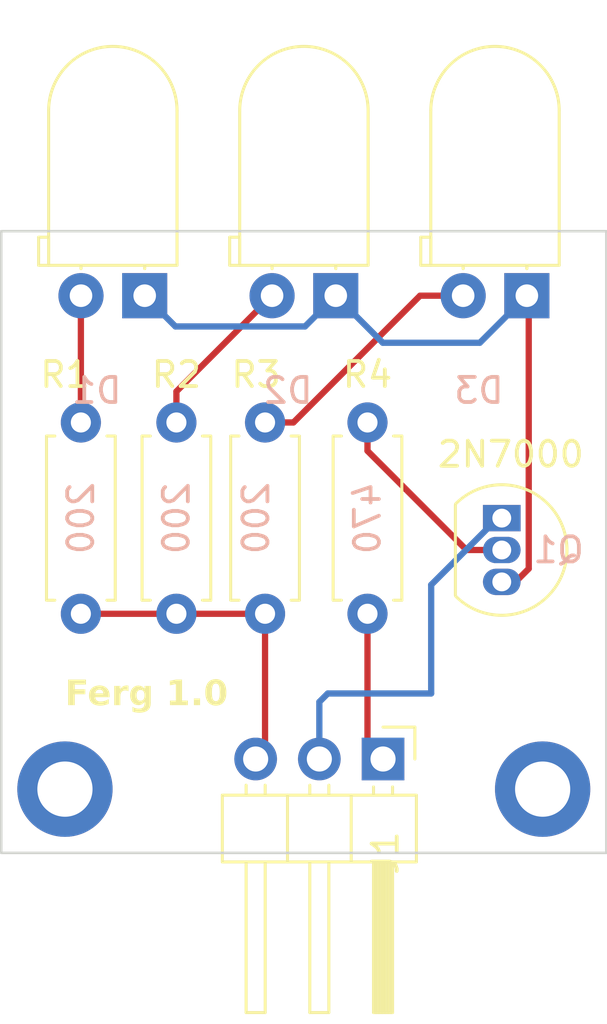
<source format=kicad_pcb>
(kicad_pcb (version 20221018) (generator pcbnew)
  (layers (0 "F.Cu" signal) (31 "B.Cu" signal) (34 "B.Paste" user) (35 "F.Paste" user) (36 "B.SilkS" user "B.Silkscreen") (37 "F.SilkS" user "F.Silkscreen") (38 "B.Mask" user) (39 "F.Mask" user) (44 "Edge.Cuts" user))
  (net 0 "")
  (net 1 "Net-(D1-K)")
  (net 2 "Net-(D1-A)")
  (net 3 "Net-(D2-A)")
  (net 4 "Net-(D3-A)")
  (net 5 "/SIG_5")
  (net 6 "/GND")
  (net 7 "/5V")
  (net 8 "Net-(Q1-G)")
  (footprint "Resistor_THT:R_Axial_DIN0207_L6.3mm_D2.5mm_P7.62mm_Horizontal" (layer "F.Cu") (at 149.86 116.205 90)
    (fp_text reference "R4" (at 9.525 0) (layer "F.SilkS"))
    (fp_text value "470" (at 3.81 0 270) (layer "B.SilkS") (effects (justify mirror)))
    (fp_line (start 0.54 -1.37) (end 7.08 -1.37) (stroke (width 0.12)) (layer "F.SilkS"))
    (fp_line (start 0.54 -1.04) (end 0.54 -1.37) (stroke (width 0.12)) (layer "F.SilkS"))
    (fp_line (start 0.54 1.04) (end 0.54 1.37) (stroke (width 0.12)) (layer "F.SilkS"))
    (fp_line (start 0.54 1.37) (end 7.08 1.37) (stroke (width 0.12)) (layer "F.SilkS"))
    (fp_line (start 7.08 -1.37) (end 7.08 -1.04) (stroke (width 0.12)) (layer "F.SilkS"))
    (fp_line (start 7.08 1.37) (end 7.08 1.04) (stroke (width 0.12)) (layer "F.SilkS"))
    (pad "1" thru_hole circle (at 0 0 90) (size 1.6 1.6) (drill 0.8) (layers "*.Cu" "*.Mask") (net 5 "/SIG_5"))
    (pad "2" thru_hole oval (at 7.62 0 90) (size 1.6 1.6) (drill 0.8) (layers "*.Cu" "*.Mask") (net 8 "Net-(Q1-G)"))
  )
  (footprint "LED_THT:LED_D5.0mm_Horizontal_O1.27mm_Z3.0mm" (layer "F.Cu") (at 156.215 103.535 180)
    (fp_text reference "D3" (at 1.91 -3.78) (layer "B.SilkS") (effects (justify mirror)))
    (fp_text value "LED")
    (fp_line (start -1.29 1.21) (end -1.29 7.37) (stroke (width 0.12)) (layer "F.SilkS"))
    (fp_line (start -1.29 1.21) (end 3.83 1.21) (stroke (width 0.12)) (layer "F.SilkS"))
    (fp_line (start 0 1.08) (end 0 1.08) (stroke (width 0.12)) (layer "F.SilkS"))
    (fp_line (start 0 1.08) (end 0 1.21) (stroke (width 0.12)) (layer "F.SilkS"))
    (fp_line (start 0 1.21) (end 0 1.08) (stroke (width 0.12)) (layer "F.SilkS"))
    (fp_line (start 0 1.21) (end 0 1.21) (stroke (width 0.12)) (layer "F.SilkS"))
    (fp_line (start 2.54 1.08) (end 2.54 1.08) (stroke (width 0.12)) (layer "F.SilkS"))
    (fp_line (start 2.54 1.08) (end 2.54 1.21) (stroke (width 0.12)) (layer "F.SilkS"))
    (fp_line (start 2.54 1.21) (end 2.54 1.08) (stroke (width 0.12)) (layer "F.SilkS"))
    (fp_line (start 2.54 1.21) (end 2.54 1.21) (stroke (width 0.12)) (layer "F.SilkS"))
    (fp_line (start 3.83 1.21) (end 3.83 7.37) (stroke (width 0.12)) (layer "F.SilkS"))
    (fp_line (start 3.83 1.21) (end 4.23 1.21) (stroke (width 0.12)) (layer "F.SilkS"))
    (fp_line (start 3.83 2.33) (end 3.83 1.21) (stroke (width 0.12)) (layer "F.SilkS"))
    (fp_line (start 4.23 1.21) (end 4.23 2.33) (stroke (width 0.12)) (layer "F.SilkS"))
    (fp_line (start 4.23 2.33) (end 3.83 2.33) (stroke (width 0.12)) (layer "F.SilkS"))
    (fp_arc (start 3.83 7.37) (mid 1.27 9.93) (end -1.29 7.37) (stroke (width 0.12)) (layer "F.SilkS"))
    (pad "1" thru_hole rect (at 0 0 180) (size 1.8 1.8) (drill 0.9) (layers "*.Cu" "*.Mask") (net 1 "Net-(D1-K)"))
    (pad "2" thru_hole circle (at 2.54 0 180) (size 1.8 1.8) (drill 0.9) (layers "*.Cu" "*.Mask") (net 4 "Net-(D3-A)"))
  )
  (footprint "MountingHole:MountingHole_2.2mm_M2_DIN965_Pad_TopBottom" (layer "F.Cu") (at 137.795 123.19)
    (fp_text reference "H1" hide)
    (fp_text value "MountingHole" hide)
    (pad "1" thru_hole circle (at 0 0) (size 2.6 2.6) (drill 2.2) (layers "*.Cu" "*.Mask"))
    (pad "1" connect circle (at 0 0) (size 3.8 3.8) (layers "F.Cu" "F.Mask"))
    (pad "1" connect circle (at 0 0) (size 3.8 3.8) (layers "B.Cu" "B.Mask"))
  )
  (footprint "Resistor_THT:R_Axial_DIN0207_L6.3mm_D2.5mm_P7.62mm_Horizontal" (layer "F.Cu") (at 142.24 116.205 90)
    (fp_text reference "R2" (at 9.525 0) (layer "F.SilkS"))
    (fp_text value "200" (at 3.81 0 270) (layer "B.SilkS") (effects (justify mirror)))
    (fp_line (start 0.54 -1.37) (end 7.08 -1.37) (stroke (width 0.12)) (layer "F.SilkS"))
    (fp_line (start 0.54 -1.04) (end 0.54 -1.37) (stroke (width 0.12)) (layer "F.SilkS"))
    (fp_line (start 0.54 1.04) (end 0.54 1.37) (stroke (width 0.12)) (layer "F.SilkS"))
    (fp_line (start 0.54 1.37) (end 7.08 1.37) (stroke (width 0.12)) (layer "F.SilkS"))
    (fp_line (start 7.08 -1.37) (end 7.08 -1.04) (stroke (width 0.12)) (layer "F.SilkS"))
    (fp_line (start 7.08 1.37) (end 7.08 1.04) (stroke (width 0.12)) (layer "F.SilkS"))
    (pad "1" thru_hole circle (at 0 0 90) (size 1.6 1.6) (drill 0.8) (layers "*.Cu" "*.Mask") (net 7 "/5V"))
    (pad "2" thru_hole oval (at 7.62 0 90) (size 1.6 1.6) (drill 0.8) (layers "*.Cu" "*.Mask") (net 3 "Net-(D2-A)"))
  )
  (footprint "Package_TO_SOT_THT:TO-92_Inline" (layer "F.Cu") (at 155.215 112.395 -90)
    (fp_text reference "Q1" (at 1.27 -2.265) (layer "B.SilkS") (effects (justify mirror)))
    (fp_text value "2N7000" (at -2.54 -0.36) (layer "F.SilkS"))
    (fp_line (start -0.53 1.85) (end 3.07 1.85) (stroke (width 0.12)) (layer "F.SilkS"))
    (fp_arc (start -0.568478 1.838478) (mid -1.132087 -0.994977) (end 1.27 -2.6) (stroke (width 0.12)) (layer "F.SilkS"))
    (fp_arc (start 1.27 -2.6) (mid 3.672087 -0.994977) (end 3.108478 1.838478) (stroke (width 0.12)) (layer "F.SilkS"))
    (pad "1" thru_hole rect (at 0 0 270) (size 1.05 1.5) (drill 0.75) (layers "*.Cu" "*.Mask") (net 6 "/GND"))
    (pad "2" thru_hole oval (at 1.27 0 270) (size 1.05 1.5) (drill 0.75) (layers "*.Cu" "*.Mask") (net 8 "Net-(Q1-G)"))
    (pad "3" thru_hole oval (at 2.54 0 270) (size 1.05 1.5) (drill 0.75) (layers "*.Cu" "*.Mask") (net 1 "Net-(D1-K)"))
  )
  (footprint "Connector_PinHeader_2.54mm:PinHeader_1x03_P2.54mm_Horizontal" (layer "F.Cu") (at 150.48 121.99 -90)
    (fp_text reference "J1" (at 3.75 -0.09 90) (layer "F.SilkS"))
    (fp_text value "Conn_01x03_Pin" hide)
    (fp_line (start -1.27 -1.27) (end 0 -1.27) (stroke (width 0.12)) (layer "F.SilkS"))
    (fp_line (start -1.27 0) (end -1.27 -1.27) (stroke (width 0.12)) (layer "F.SilkS"))
    (fp_line (start 1.042929 2.16) (end 1.44 2.16) (stroke (width 0.12)) (layer "F.SilkS"))
    (fp_line (start 1.042929 2.92) (end 1.44 2.92) (stroke (width 0.12)) (layer "F.SilkS"))
    (fp_line (start 1.042929 4.7) (end 1.44 4.7) (stroke (width 0.12)) (layer "F.SilkS"))
    (fp_line (start 1.042929 5.46) (end 1.44 5.46) (stroke (width 0.12)) (layer "F.SilkS"))
    (fp_line (start 1.11 -0.38) (end 1.44 -0.38) (stroke (width 0.12)) (layer "F.SilkS"))
    (fp_line (start 1.11 0.38) (end 1.44 0.38) (stroke (width 0.12)) (layer "F.SilkS"))
    (fp_line (start 1.44 -1.33) (end 1.44 6.41) (stroke (width 0.12)) (layer "F.SilkS"))
    (fp_line (start 1.44 1.27) (end 4.1 1.27) (stroke (width 0.12)) (layer "F.SilkS"))
    (fp_line (start 1.44 3.81) (end 4.1 3.81) (stroke (width 0.12)) (layer "F.SilkS"))
    (fp_line (start 1.44 6.41) (end 4.1 6.41) (stroke (width 0.12)) (layer "F.SilkS"))
    (fp_line (start 4.1 -1.33) (end 1.44 -1.33) (stroke (width 0.12)) (layer "F.SilkS"))
    (fp_line (start 4.1 -0.38) (end 10.1 -0.38) (stroke (width 0.12)) (layer "F.SilkS"))
    (fp_line (start 4.1 -0.32) (end 10.1 -0.32) (stroke (width 0.12)) (layer "F.SilkS"))
    (fp_line (start 4.1 -0.2) (end 10.1 -0.2) (stroke (width 0.12)) (layer "F.SilkS"))
    (fp_line (start 4.1 -0.08) (end 10.1 -0.08) (stroke (width 0.12)) (layer "F.SilkS"))
    (fp_line (start 4.1 0.04) (end 10.1 0.04) (stroke (width 0.12)) (layer "F.SilkS"))
    (fp_line (start 4.1 0.16) (end 10.1 0.16) (stroke (width 0.12)) (layer "F.SilkS"))
    (fp_line (start 4.1 0.28) (end 10.1 0.28) (stroke (width 0.12)) (layer "F.SilkS"))
    (fp_line (start 4.1 2.16) (end 10.1 2.16) (stroke (width 0.12)) (layer "F.SilkS"))
    (fp_line (start 4.1 4.7) (end 10.1 4.7) (stroke (width 0.12)) (layer "F.SilkS"))
    (fp_line (start 4.1 6.41) (end 4.1 -1.33) (stroke (width 0.12)) (layer "F.SilkS"))
    (fp_line (start 10.1 -0.38) (end 10.1 0.38) (stroke (width 0.12)) (layer "F.SilkS"))
    (fp_line (start 10.1 0.38) (end 4.1 0.38) (stroke (width 0.12)) (layer "F.SilkS"))
    (fp_line (start 10.1 2.16) (end 10.1 2.92) (stroke (width 0.12)) (layer "F.SilkS"))
    (fp_line (start 10.1 2.92) (end 4.1 2.92) (stroke (width 0.12)) (layer "F.SilkS"))
    (fp_line (start 10.1 4.7) (end 10.1 5.46) (stroke (width 0.12)) (layer "F.SilkS"))
    (fp_line (start 10.1 5.46) (end 4.1 5.46) (stroke (width 0.12)) (layer "F.SilkS"))
    (pad "1" thru_hole rect (at 0 0 270) (size 1.7 1.7) (drill 1) (layers "*.Cu" "*.Mask") (net 5 "/SIG_5"))
    (pad "2" thru_hole oval (at 0 2.54 270) (size 1.7 1.7) (drill 1) (layers "*.Cu" "*.Mask") (net 6 "/GND"))
    (pad "3" thru_hole oval (at 0 5.08 270) (size 1.7 1.7) (drill 1) (layers "*.Cu" "*.Mask") (net 7 "/5V"))
  )
  (footprint "Resistor_THT:R_Axial_DIN0207_L6.3mm_D2.5mm_P7.62mm_Horizontal" (layer "F.Cu") (at 145.775 116.205 90)
    (fp_text reference "R3" (at 9.525 -0.36) (layer "F.SilkS"))
    (fp_text value "200" (at 3.81 -0.36 270) (layer "B.SilkS") (effects (justify mirror)))
    (fp_line (start 0.54 -1.37) (end 7.08 -1.37) (stroke (width 0.12)) (layer "F.SilkS"))
    (fp_line (start 0.54 -1.04) (end 0.54 -1.37) (stroke (width 0.12)) (layer "F.SilkS"))
    (fp_line (start 0.54 1.04) (end 0.54 1.37) (stroke (width 0.12)) (layer "F.SilkS"))
    (fp_line (start 0.54 1.37) (end 7.08 1.37) (stroke (width 0.12)) (layer "F.SilkS"))
    (fp_line (start 7.08 -1.37) (end 7.08 -1.04) (stroke (width 0.12)) (layer "F.SilkS"))
    (fp_line (start 7.08 1.37) (end 7.08 1.04) (stroke (width 0.12)) (layer "F.SilkS"))
    (pad "1" thru_hole circle (at 0 0 90) (size 1.6 1.6) (drill 0.8) (layers "*.Cu" "*.Mask") (net 7 "/5V"))
    (pad "2" thru_hole oval (at 7.62 0 90) (size 1.6 1.6) (drill 0.8) (layers "*.Cu" "*.Mask") (net 4 "Net-(D3-A)"))
  )
  (footprint "Resistor_THT:R_Axial_DIN0207_L6.3mm_D2.5mm_P7.62mm_Horizontal" (layer "F.Cu") (at 138.43 116.205 90)
    (fp_text reference "R1" (at 9.525 -0.635) (layer "F.SilkS"))
    (fp_text value "200" (at 3.81 0 270) (layer "B.SilkS") (effects (justify mirror)))
    (fp_line (start 0.54 -1.37) (end 7.08 -1.37) (stroke (width 0.12)) (layer "F.SilkS"))
    (fp_line (start 0.54 -1.04) (end 0.54 -1.37) (stroke (width 0.12)) (layer "F.SilkS"))
    (fp_line (start 0.54 1.04) (end 0.54 1.37) (stroke (width 0.12)) (layer "F.SilkS"))
    (fp_line (start 0.54 1.37) (end 7.08 1.37) (stroke (width 0.12)) (layer "F.SilkS"))
    (fp_line (start 7.08 -1.37) (end 7.08 -1.04) (stroke (width 0.12)) (layer "F.SilkS"))
    (fp_line (start 7.08 1.37) (end 7.08 1.04) (stroke (width 0.12)) (layer "F.SilkS"))
    (pad "1" thru_hole circle (at 0 0 90) (size 1.6 1.6) (drill 0.8) (layers "*.Cu" "*.Mask") (net 7 "/5V"))
    (pad "2" thru_hole oval (at 7.62 0 90) (size 1.6 1.6) (drill 0.8) (layers "*.Cu" "*.Mask") (net 2 "Net-(D1-A)"))
  )
  (footprint "LED_THT:LED_D5.0mm_Horizontal_O1.27mm_Z3.0mm" (layer "F.Cu") (at 140.975 103.535 180)
    (fp_text reference "D1" (at 1.91 -3.78) (layer "B.SilkS") (effects (justify mirror)))
    (fp_text value "LED")
    (fp_line (start -1.29 1.21) (end -1.29 7.37) (stroke (width 0.12)) (layer "F.SilkS"))
    (fp_line (start -1.29 1.21) (end 3.83 1.21) (stroke (width 0.12)) (layer "F.SilkS"))
    (fp_line (start 0 1.08) (end 0 1.08) (stroke (width 0.12)) (layer "F.SilkS"))
    (fp_line (start 0 1.08) (end 0 1.21) (stroke (width 0.12)) (layer "F.SilkS"))
    (fp_line (start 0 1.21) (end 0 1.08) (stroke (width 0.12)) (layer "F.SilkS"))
    (fp_line (start 0 1.21) (end 0 1.21) (stroke (width 0.12)) (layer "F.SilkS"))
    (fp_line (start 2.54 1.08) (end 2.54 1.08) (stroke (width 0.12)) (layer "F.SilkS"))
    (fp_line (start 2.54 1.08) (end 2.54 1.21) (stroke (width 0.12)) (layer "F.SilkS"))
    (fp_line (start 2.54 1.21) (end 2.54 1.08) (stroke (width 0.12)) (layer "F.SilkS"))
    (fp_line (start 2.54 1.21) (end 2.54 1.21) (stroke (width 0.12)) (layer "F.SilkS"))
    (fp_line (start 3.83 1.21) (end 3.83 7.37) (stroke (width 0.12)) (layer "F.SilkS"))
    (fp_line (start 3.83 1.21) (end 4.23 1.21) (stroke (width 0.12)) (layer "F.SilkS"))
    (fp_line (start 3.83 2.33) (end 3.83 1.21) (stroke (width 0.12)) (layer "F.SilkS"))
    (fp_line (start 4.23 1.21) (end 4.23 2.33) (stroke (width 0.12)) (layer "F.SilkS"))
    (fp_line (start 4.23 2.33) (end 3.83 2.33) (stroke (width 0.12)) (layer "F.SilkS"))
    (fp_arc (start 3.83 7.37) (mid 1.27 9.93) (end -1.29 7.37) (stroke (width 0.12)) (layer "F.SilkS"))
    (pad "1" thru_hole rect (at 0 0 180) (size 1.8 1.8) (drill 0.9) (layers "*.Cu" "*.Mask") (net 1 "Net-(D1-K)"))
    (pad "2" thru_hole circle (at 2.54 0 180) (size 1.8 1.8) (drill 0.9) (layers "*.Cu" "*.Mask") (net 2 "Net-(D1-A)"))
  )
  (footprint "LED_THT:LED_D5.0mm_Horizontal_O1.27mm_Z3.0mm" (layer "F.Cu") (at 148.595 103.535 180)
    (fp_text reference "D2" (at 1.91 -3.78) (layer "B.SilkS") (effects (justify mirror)))
    (fp_text value "LED")
    (fp_line (start -1.29 1.21) (end -1.29 7.37) (stroke (width 0.12)) (layer "F.SilkS"))
    (fp_line (start -1.29 1.21) (end 3.83 1.21) (stroke (width 0.12)) (layer "F.SilkS"))
    (fp_line (start 0 1.08) (end 0 1.08) (stroke (width 0.12)) (layer "F.SilkS"))
    (fp_line (start 0 1.08) (end 0 1.21) (stroke (width 0.12)) (layer "F.SilkS"))
    (fp_line (start 0 1.21) (end 0 1.08) (stroke (width 0.12)) (layer "F.SilkS"))
    (fp_line (start 0 1.21) (end 0 1.21) (stroke (width 0.12)) (layer "F.SilkS"))
    (fp_line (start 2.54 1.08) (end 2.54 1.08) (stroke (width 0.12)) (layer "F.SilkS"))
    (fp_line (start 2.54 1.08) (end 2.54 1.21) (stroke (width 0.12)) (layer "F.SilkS"))
    (fp_line (start 2.54 1.21) (end 2.54 1.08) (stroke (width 0.12)) (layer "F.SilkS"))
    (fp_line (start 2.54 1.21) (end 2.54 1.21) (stroke (width 0.12)) (layer "F.SilkS"))
    (fp_line (start 3.83 1.21) (end 3.83 7.37) (stroke (width 0.12)) (layer "F.SilkS"))
    (fp_line (start 3.83 1.21) (end 4.23 1.21) (stroke (width 0.12)) (layer "F.SilkS"))
    (fp_line (start 3.83 2.33) (end 3.83 1.21) (stroke (width 0.12)) (layer "F.SilkS"))
    (fp_line (start 4.23 1.21) (end 4.23 2.33) (stroke (width 0.12)) (layer "F.SilkS"))
    (fp_line (start 4.23 2.33) (end 3.83 2.33) (stroke (width 0.12)) (layer "F.SilkS"))
    (fp_arc (start 3.83 7.37) (mid 1.27 9.93) (end -1.29 7.37) (stroke (width 0.12)) (layer "F.SilkS"))
    (pad "1" thru_hole rect (at 0 0 180) (size 1.8 1.8) (drill 0.9) (layers "*.Cu" "*.Mask") (net 1 "Net-(D1-K)"))
    (pad "2" thru_hole circle (at 2.54 0 180) (size 1.8 1.8) (drill 0.9) (layers "*.Cu" "*.Mask") (net 3 "Net-(D2-A)"))
  )
  (footprint "MountingHole:MountingHole_2.2mm_M2_DIN965_Pad_TopBottom" (layer "F.Cu") (at 156.845 123.19)
    (fp_text reference "H2" hide)
    (fp_text value "MountingHole" hide)
    (pad "1" thru_hole circle (at 0 0) (size 2.6 2.6) (drill 2.2) (layers "*.Cu" "*.Mask"))
    (pad "1" connect circle (at 0 0) (size 3.8 3.8) (layers "F.Cu" "F.Mask"))
    (pad "1" connect circle (at 0 0) (size 3.8 3.8) (layers "B.Cu" "B.Mask"))
  )
  (gr_rect (start 135.255 100.965) (end 159.385 125.73) (stroke (width 0.1)) (fill none) (layer "Edge.Cuts"))
  (gr_text "Ferg 1.0" (at 137.795 120.015) (layer "F.SilkS") (effects (font (size 1 1) (thickness 0.2) bold) (justify left bottom)))
  (segment (start 156.29 114.41) (end 155.765 114.935) (width 0.25) (layer "F.Cu") (net 1))
  (segment (start 156.29 103.61) (end 156.29 114.41) (width 0.25) (layer "F.Cu") (net 1))
  (segment (start 155.765 114.935) (end 155.215 114.935) (width 0.25) (layer "F.Cu") (net 1))
  (segment (start 147.37 104.76) (end 148.595 103.535) (width 0.25) (layer "B.Cu") (net 1))
  (segment (start 142.2 104.76) (end 147.37 104.76) (width 0.25) (layer "B.Cu") (net 1))
  (segment (start 148.595 103.535) (end 150.47 105.41) (width 0.25) (layer "B.Cu") (net 1))
  (segment (start 154.34 105.41) (end 156.215 103.535) (width 0.25) (layer "B.Cu") (net 1))
  (segment (start 140.975 103.535) (end 142.2 104.76) (width 0.25) (layer "B.Cu") (net 1))
  (segment (start 150.47 105.41) (end 154.34 105.41) (width 0.25) (layer "B.Cu") (net 1))
  (segment (start 138.43 103.54) (end 138.435 103.535) (width 0.25) (layer "F.Cu") (net 2))
  (segment (start 138.43 108.585) (end 138.43 103.54) (width 0.25) (layer "F.Cu") (net 2))
  (segment (start 142.24 107.35) (end 146.055 103.535) (width 0.25) (layer "F.Cu") (net 3))
  (segment (start 142.24 108.585) (end 142.24 107.35) (width 0.25) (layer "F.Cu") (net 3))
  (segment (start 151.95637 103.535) (end 153.675 103.535) (width 0.25) (layer "F.Cu") (net 4))
  (segment (start 145.775 108.585) (end 146.90637 108.585) (width 0.25) (layer "F.Cu") (net 4))
  (segment (start 146.90637 108.585) (end 151.95637 103.535) (width 0.25) (layer "F.Cu") (net 4))
  (segment (start 149.86 116.205) (end 149.86 121.37) (width 0.25) (layer "F.Cu") (net 5))
  (segment (start 149.86 121.37) (end 150.48 121.99) (width 0.25) (layer "F.Cu") (net 5))
  (segment (start 155.215 112.395) (end 155.057918 112.395) (width 0.25) (layer "B.Cu") (net 6))
  (segment (start 152.4 115.052918) (end 152.4 119.38) (width 0.25) (layer "B.Cu") (net 6))
  (segment (start 152.4 119.38) (end 148.275991 119.38) (width 0.25) (layer "B.Cu") (net 6))
  (segment (start 155.057918 112.395) (end 152.4 115.052918) (width 0.25) (layer "B.Cu") (net 6))
  (segment (start 147.94 119.715991) (end 147.94 121.99) (width 0.25) (layer "B.Cu") (net 6))
  (segment (start 148.275991 119.38) (end 147.94 119.715991) (width 0.25) (layer "B.Cu") (net 6))
  (segment (start 142.24 116.205) (end 145.775 116.205) (width 0.25) (layer "F.Cu") (net 7))
  (segment (start 138.43 116.205) (end 142.24 116.205) (width 0.25) (layer "F.Cu") (net 7))
  (segment (start 145.775 116.205) (end 145.775 121.615) (width 0.25) (layer "F.Cu") (net 7))
  (segment (start 145.775 121.615) (end 145.4 121.99) (width 0.25) (layer "F.Cu") (net 7))
  (segment (start 153.80863 113.665) (end 149.86 109.71637) (width 0.25) (layer "F.Cu") (net 8))
  (segment (start 155.215 113.665) (end 153.80863 113.665) (width 0.25) (layer "F.Cu") (net 8))
  (segment (start 149.86 109.71637) (end 149.86 108.585) (width 0.25) (layer "F.Cu") (net 8))
)
</source>
